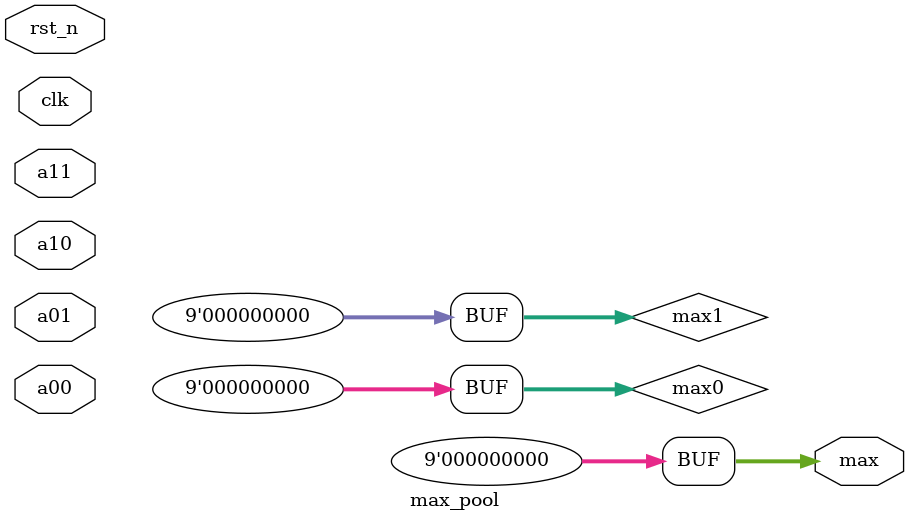
<source format=v>
`timescale 1ns / 1ps

module max_pool#(parameter WIDTH = 9)
(
    input clk,
    input rst_n,

    input signed [WIDTH-1:0] a00, input signed [WIDTH-1:0] a01,
    input signed [WIDTH-1:0] a10, input signed [WIDTH-1:0] a11,

    output [WIDTH-1:0] max
);

reg [WIDTH-1:0] max0;
reg [WIDTH-1:0] max1;

initial
begin
    max0 = 0;
    max1 = 0;
    max = 0;
end

max m0(clk,rst_n,a00,a01,max0);
max m1(clk,rst_n,a10,a11,max1);
max m2(clk,rst_n,max0,max1,max);

endmodule
</source>
